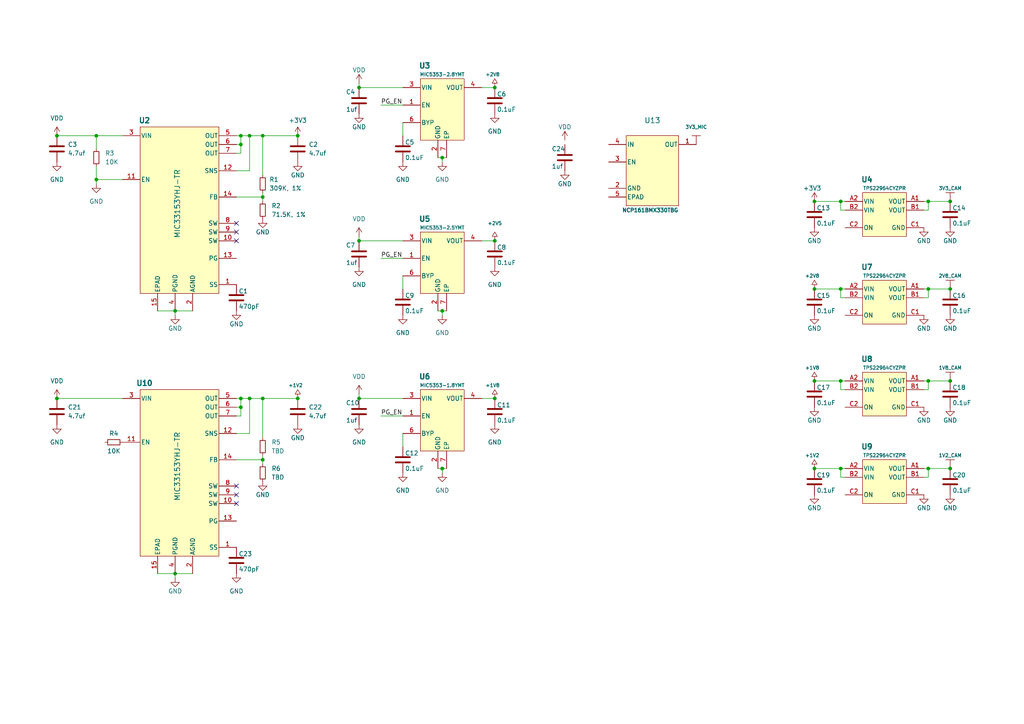
<source format=kicad_sch>
(kicad_sch (version 20230819) (generator eeschema)
  (paper "A4")
  (lib_symbols
    (symbol "Device:C" (pin_numbers hide) (pin_names (offset 0.254))
      (property "Reference" "C" (at 0.635 2.54 0))
      (property "Value" "C" (at 0.635 -2.54 0))
      (symbol "C_0_1"
        (polyline (pts (xy -2.032 -0.762) (xy 2.032 -0.762)) (stroke (width 0.508)))
        (polyline (pts (xy -2.032 0.762) (xy 2.032 0.762)) (stroke (width 0.508)))
      )
      (symbol "C_1_1"
        (pin passive line (at 0 3.81 270) (length 2.794) (name "~") (number "1"))
        (pin passive line (at 0 -3.81 90) (length 2.794) (name "~") (number "2"))
      )
    )
    (symbol "Device:R_Small" (pin_numbers hide) (pin_names (offset 0.254) hide)
      (property "Reference" "R" (at 0.762 0.508 0))
      (property "Value" "R_Small" (at 0.762 -1.016 0))
      (symbol "R_Small_0_1"
        (rectangle (start -0.762 1.778) (end 0.762 -1.778) (stroke (width 0.2032)))
      )
      (symbol "R_Small_1_1"
        (pin passive line (at 0 2.54 270) (length 0.762) (name "~") (number "1"))
        (pin passive line (at 0 -2.54 90) (length 0.762) (name "~") (number "2"))
      )
    )
    (symbol "MIC33153:MIC33153YHJ-TR" (pin_names (offset 0.254))
      (property "Reference" "U" (at -10.16 30.48 0))
      (property "Value" "MIC33153YHJ-TR" (at 0 25.4 0))
      (symbol "MIC33153YHJ-TR_1_1"
        (rectangle (start -10.16 22.86) (end 12.7 -25.4) (fill (type background)))
        (pin unspecified line (at 17.78 -22.86 180) (length 5.08) (name "SS") (number "1"))
        (pin unspecified line (at 17.78 -10.16 180) (length 5.08) (name "SW") (number "10"))
        (pin unspecified line (at -15.24 7.62 0) (length 5.08) (name "EN") (number "11"))
        (pin unspecified line (at 17.78 10.16 180) (length 5.08) (name "SNS") (number "12"))
        (pin output line (at 17.78 -15.24 180) (length 5.08) (name "PG") (number "13"))
        (pin unspecified line (at 17.78 2.54 180) (length 5.08) (name "FB") (number "14"))
        (pin power_out line (at -5.08 -30.48 90) (length 5.08) (name "EPAD") (number "15"))
        (pin power_out line (at 5.08 -30.48 90) (length 5.08) (name "AGND") (number "2"))
        (pin power_in line (at -15.24 20.32 0) (length 5.08) (name "VIN") (number "3"))
        (pin power_in line (at 0 -30.48 90) (length 5.08) (name "PGND") (number "4"))
        (pin power_in line (at 17.78 20.32 180) (length 5.08) (name "OUT") (number "5"))
        (pin power_in line (at 17.78 17.78 180) (length 5.08) (name "OUT") (number "6"))
        (pin power_in line (at 17.78 15.24 180) (length 5.08) (name "OUT") (number "7"))
        (pin unspecified line (at 17.78 -5.08 180) (length 5.08) (name "SW") (number "8"))
        (pin unspecified line (at 17.78 -7.62 180) (length 5.08) (name "SW") (number "9"))
      )
    )
    (symbol "MIC5353:MIC5353" (pin_names (offset 0.254))
      (property "Reference" "U" (at -2.54 12.7 0))
      (property "Value" "MIC5353" (at -2.54 10.16 0))
      (symbol "MIC5353_1_1"
        (rectangle (start -7.62 7.62) (end 5.08 -10.16) (fill (type background)))
        (pin input line (at -12.7 0 0) (length 5.08) (name "EN") (number "1"))
        (pin power_in line (at -2.54 -15.24 90) (length 5.08) (name "GND") (number "2"))
        (pin input line (at -12.7 5.08 0) (length 5.08) (name "VIN") (number "3"))
        (pin output line (at 10.16 5.08 180) (length 5.08) (name "VOUT") (number "4"))
        (pin no_connect line (at 10.16 -2.54 180) (length 5.08) hide (name "NC") (number "5"))
        (pin output line (at -12.7 -5.08 0) (length 5.08) (name "BYP") (number "6"))
        (pin unspecified line (at 0 -15.24 90) (length 5.08) (name "EP") (number "7"))
      )
    )
    (symbol "NCP161:NCP161BMX" (pin_names (offset 0.254))
      (property "Reference" "U" (at 0 10.16 0))
      (property "Value" "NCP161BMX" (at 10.16 -15.24 0))
      (symbol "NCP161BMX_1_1"
        (rectangle (start 0 7.62) (end 15.24 -12.7) (fill (type background)))
        (pin output line (at 20.32 5.08 180) (length 5.08) (name "OUT") (number "1"))
        (pin power_in line (at -5.08 -7.62 0) (length 5.08) (name "GND") (number "2"))
        (pin unspecified line (at -5.08 0 0) (length 5.08) (name "EN") (number "3"))
        (pin input line (at -5.08 5.08 0) (length 5.08) (name "IN") (number "4"))
        (pin unspecified line (at -5.08 -10.16 0) (length 5.08) (name "EPAD") (number "5"))
      )
    )
    (symbol "TPS22964:TPS22964CYZPR" (pin_names (offset 0.254))
      (property "Reference" "U" (at -5.08 10.16 0))
      (property "Value" "TPS22964C" (at 2.54 -7.62 0))
      (symbol "TPS22964CYZPR_0_1"
        (pin output line (at 12.7 5.08 180) (length 5.08) (name "VOUT") (number "A1"))
        (pin input line (at -10.16 5.08 0) (length 5.08) (name "VIN") (number "A2"))
        (pin output line (at 12.7 2.54 180) (length 5.08) (name "VOUT") (number "B1"))
        (pin input line (at -10.16 2.54 0) (length 5.08) (name "VIN") (number "B2"))
        (pin power_in line (at 12.7 -2.54 180) (length 5.08) (name "GND") (number "C1"))
        (pin input line (at -10.16 -2.54 0) (length 5.08) (name "ON") (number "C2"))
      )
      (symbol "TPS22964CYZPR_1_1"
        (rectangle (start -5.08 7.62) (end 7.62 -5.08) (fill (type background)))
      )
    )
    (symbol "power:+3V3" (power) (pin_names (offset 0))
      (property "Value" "+3V3" (at 0 3.556 0))
      (symbol "+3V3_0_1"
        (polyline (pts (xy -0.762 1.27) (xy 0 2.54)))
        (polyline (pts (xy 0 0) (xy 0 2.54)))
        (polyline (pts (xy 0 2.54) (xy 0.762 1.27)))
      )
      (symbol "+3V3_1_1"
        (pin power_in line (at 0 0 90) (length 0) hide (name "+3V3") (number "1"))
      )
    )
    (symbol "power:GND" (power) (pin_names (offset 0))
      (property "Value" "GND" (at 0 -3.81 0))
      (symbol "GND_0_1"
        (polyline (pts (xy 0 0) (xy 0 -1.27) (xy 1.27 -1.27) (xy 0 -2.54) (xy -1.27 -1.27) (xy 0 -1.27)))
      )
      (symbol "GND_1_1"
        (pin power_in line (at 0 0 270) (length 0) hide (name "GND") (number "1"))
      )
    )
    (symbol "power:VDD" (power) (pin_names (offset 0))
      (property "Value" "VDD" (at 0 3.81 0))
      (symbol "VDD_0_1"
        (polyline (pts (xy -0.762 1.27) (xy 0 2.54)))
        (polyline (pts (xy 0 0) (xy 0 2.54)))
        (polyline (pts (xy 0 2.54) (xy 0.762 1.27)))
      )
      (symbol "VDD_1_1"
        (pin power_in line (at 0 0 90) (length 0) hide (name "VDD") (number "1"))
      )
    )
    (symbol "power__symbols:+1V2" (power) (pin_names (offset 0))
      (property "Value" "+1V2" (at -0.635 3.175 0))
      (symbol "+1V2_0_1"
        (polyline (pts (xy -0.762 1.27) (xy 0 2.54)))
        (polyline (pts (xy -0.635 1.27) (xy 0.635 1.27)))
        (polyline (pts (xy 0 0) (xy 0 1.27)))
        (polyline (pts (xy 0 2.54) (xy 0.762 1.27)))
      )
      (symbol "+1V2_1_1"
        (pin power_in line (at 0 0 90) (length 0) hide (name "+1V2") (number "1"))
      )
    )
    (symbol "power__symbols:+1V8" (power) (pin_names (offset 0))
      (property "Value" "+1V8" (at -0.635 3.175 0))
      (symbol "+1V8_0_1"
        (polyline (pts (xy -0.762 1.27) (xy 0 2.54)))
        (polyline (pts (xy -0.635 1.27) (xy 0.635 1.27)))
        (polyline (pts (xy 0 0) (xy 0 1.27)))
        (polyline (pts (xy 0 2.54) (xy 0.762 1.27)))
      )
      (symbol "+1V8_1_1"
        (pin power_in line (at 0 0 90) (length 0) hide (name "+1V8") (number "1"))
      )
    )
    (symbol "power__symbols:+2V5" (power) (pin_names (offset 0))
      (property "Value" "+2V5" (at -0.635 3.175 0))
      (symbol "+2V5_0_1"
        (polyline (pts (xy -0.762 1.27) (xy 0 2.54)))
        (polyline (pts (xy -0.635 1.27) (xy 0.635 1.27)))
        (polyline (pts (xy 0 0) (xy 0 1.27)))
        (polyline (pts (xy 0 2.54) (xy 0.762 1.27)))
      )
      (symbol "+2V5_1_1"
        (pin power_in line (at 0 0 90) (length 0) hide (name "+2V5") (number "1"))
      )
    )
    (symbol "power__symbols:+2V8" (power) (pin_names (offset 0))
      (property "Value" "+2V8" (at -0.635 3.175 0))
      (symbol "+2V8_0_1"
        (polyline (pts (xy -0.762 1.27) (xy 0 2.54)))
        (polyline (pts (xy -0.635 1.27) (xy 0.635 1.27)))
        (polyline (pts (xy 0 0) (xy 0 1.27)))
        (polyline (pts (xy 0 2.54) (xy 0.762 1.27)))
      )
      (symbol "+2V8_1_1"
        (pin power_in line (at 0 0 90) (length 0) hide (name "+2V8") (number "1"))
      )
    )
    (symbol "power__symbols:1V2_CAM" (power) (pin_names (offset 0))
      (property "Value" "1V2_CAM" (at 0 3.6046 0))
      (symbol "1V2_CAM_0_1"
        (polyline (pts (xy -1.27 2.54) (xy 1.27 2.54)))
        (polyline (pts (xy 0 0) (xy 0 2.54)))
      )
      (symbol "1V2_CAM_1_1"
        (pin power_in line (at 0 0 90) (length 0) hide (name "1V2_CAM") (number "1"))
      )
    )
    (symbol "power__symbols:1V8_CAM" (power) (pin_names (offset 0))
      (property "Value" "1V8_CAM" (at 0 3.6046 0))
      (symbol "1V8_CAM_0_1"
        (polyline (pts (xy -1.27 2.54) (xy 1.27 2.54)))
        (polyline (pts (xy 0 0) (xy 0 2.54)))
      )
      (symbol "1V8_CAM_1_1"
        (pin power_in line (at 0 0 90) (length 0) hide (name "1V8_CAM") (number "1"))
      )
    )
    (symbol "power__symbols:2V8_CAM" (power) (pin_names (offset 0))
      (property "Value" "2V8_CAM" (at 0 3.6046 0))
      (symbol "2V8_CAM_0_1"
        (polyline (pts (xy -1.27 2.54) (xy 1.27 2.54)))
        (polyline (pts (xy 0 0) (xy 0 2.54)))
      )
      (symbol "2V8_CAM_1_1"
        (pin power_in line (at 0 0 90) (length 0) hide (name "2V8_CAM") (number "1"))
      )
    )
    (symbol "power__symbols:3V3_CAM" (power) (pin_names (offset 0))
      (property "Value" "3V3_CAM" (at 0 3.6046 0))
      (symbol "3V3_CAM_0_1"
        (polyline (pts (xy -1.27 2.54) (xy 1.27 2.54)))
        (polyline (pts (xy 0 0) (xy 0 2.54)))
      )
      (symbol "3V3_CAM_1_1"
        (pin power_in line (at 0 0 90) (length 0) hide (name "3V3_CAM") (number "1"))
      )
    )
    (symbol "power_symbols:3V3_MIC" (power) (pin_names (offset 0))
      (property "Value" "3V3_MIC" (at 0 3.6046 0))
      (symbol "3V3_MIC_0_1"
        (polyline (pts (xy -1.27 2.54) (xy 1.27 2.54)))
        (polyline (pts (xy 0 0) (xy 0 2.54)))
      )
      (symbol "3V3_MIC_1_1"
        (pin power_in line (at 0 0 90) (length 0) hide (name "3V3_MIC") (number "1"))
      )
    )
  )
  (junction (at 72.39 115.57))
  (junction (at 69.85 115.57))
  (junction (at 143.51 69.85))
  (junction (at 128.27 45.72))
  (junction (at 143.51 25.4))
  (junction (at 76.2 115.57))
  (junction (at 86.36 115.57))
  (junction (at 243.84 83.82))
  (junction (at 76.2 39.37))
  (junction (at 269.24 58.42))
  (junction (at 243.84 58.42))
  (junction (at 275.59 110.49))
  (junction (at 236.22 83.82))
  (junction (at 27.94 52.07))
  (junction (at 104.14 115.57))
  (junction (at 243.84 135.89))
  (junction (at 128.27 135.89))
  (junction (at 275.59 135.89))
  (junction (at 236.22 110.49))
  (junction (at 16.51 115.57))
  (junction (at 72.39 39.37))
  (junction (at 128.27 90.17))
  (junction (at 236.22 58.42))
  (junction (at 275.59 58.42))
  (junction (at 69.85 118.11))
  (junction (at 16.51 39.37))
  (junction (at 50.8 90.17))
  (junction (at 76.2 57.15))
  (junction (at 76.2 133.35))
  (junction (at 143.51 115.57))
  (junction (at 69.85 39.37))
  (junction (at 86.36 39.37))
  (junction (at 27.94 39.37))
  (junction (at 243.84 110.49))
  (junction (at 104.14 25.4))
  (junction (at 236.22 135.89))
  (junction (at 275.59 83.82))
  (junction (at 269.24 83.82))
  (junction (at 269.24 135.89))
  (junction (at 269.24 110.49))
  (junction (at 69.85 41.91))
  (junction (at 104.14 69.85))
  (junction (at 50.8 166.37))
  (no_connect (at 68.58 69.85))
  (no_connect (at 68.58 140.97))
  (no_connect (at 68.58 67.31))
  (no_connect (at 68.58 64.77))
  (no_connect (at 68.58 146.05))
  (no_connect (at 68.58 143.51))
  (wire (pts (xy 76.2 39.37) (xy 86.36 39.37)))
  (wire (pts (xy 269.24 60.96) (xy 269.24 58.42)))
  (wire (pts (xy 69.85 115.57) (xy 72.39 115.57)))
  (wire (pts (xy 27.94 48.26) (xy 27.94 52.07)))
  (wire (pts (xy 27.94 39.37) (xy 27.94 43.18)))
  (wire (pts (xy 45.72 166.37) (xy 50.8 166.37)))
  (wire (pts (xy 269.24 83.82) (xy 267.97 83.82)))
  (wire (pts (xy 69.85 41.91) (xy 69.85 39.37)))
  (wire (pts (xy 245.11 86.36) (xy 243.84 86.36)))
  (wire (pts (xy 104.14 115.57) (xy 116.84 115.57)))
  (wire (pts (xy 269.24 83.82) (xy 275.59 83.82)))
  (wire (pts (xy 104.14 68.58) (xy 104.14 69.85)))
  (wire (pts (xy 69.85 39.37) (xy 68.58 39.37)))
  (wire (pts (xy 76.2 132.08) (xy 76.2 133.35)))
  (wire (pts (xy 127 135.89) (xy 128.27 135.89)))
  (wire (pts (xy 269.24 113.03) (xy 269.24 110.49)))
  (wire (pts (xy 76.2 57.15) (xy 76.2 58.42)))
  (wire (pts (xy 269.24 58.42) (xy 267.97 58.42)))
  (wire (pts (xy 243.84 135.89) (xy 245.11 135.89)))
  (wire (pts (xy 76.2 39.37) (xy 76.2 50.8)))
  (wire (pts (xy 143.51 25.4) (xy 139.7 25.4)))
  (wire (pts (xy 116.84 39.37) (xy 116.84 35.56)))
  (wire (pts (xy 72.39 39.37) (xy 72.39 49.53)))
  (wire (pts (xy 68.58 49.53) (xy 72.39 49.53)))
  (wire (pts (xy 27.94 52.07) (xy 35.56 52.07)))
  (wire (pts (xy 68.58 125.73) (xy 72.39 125.73)))
  (wire (pts (xy 72.39 39.37) (xy 76.2 39.37)))
  (wire (pts (xy 110.49 30.48) (xy 116.84 30.48)))
  (wire (pts (xy 104.14 25.4) (xy 116.84 25.4)))
  (wire (pts (xy 76.2 55.88) (xy 76.2 57.15)))
  (wire (pts (xy 68.58 44.45) (xy 69.85 44.45)))
  (wire (pts (xy 72.39 115.57) (xy 72.39 125.73)))
  (wire (pts (xy 243.84 110.49) (xy 245.11 110.49)))
  (wire (pts (xy 69.85 44.45) (xy 69.85 41.91)))
  (wire (pts (xy 269.24 58.42) (xy 275.59 58.42)))
  (wire (pts (xy 72.39 115.57) (xy 76.2 115.57)))
  (wire (pts (xy 269.24 110.49) (xy 267.97 110.49)))
  (wire (pts (xy 236.22 58.42) (xy 243.84 58.42)))
  (wire (pts (xy 143.51 115.57) (xy 139.7 115.57)))
  (wire (pts (xy 269.24 135.89) (xy 275.59 135.89)))
  (wire (pts (xy 267.97 138.43) (xy 269.24 138.43)))
  (wire (pts (xy 269.24 110.49) (xy 275.59 110.49)))
  (wire (pts (xy 68.58 57.15) (xy 76.2 57.15)))
  (wire (pts (xy 236.22 135.89) (xy 243.84 135.89)))
  (wire (pts (xy 243.84 86.36) (xy 243.84 83.82)))
  (wire (pts (xy 68.58 118.11) (xy 69.85 118.11)))
  (wire (pts (xy 50.8 90.17) (xy 55.88 90.17)))
  (wire (pts (xy 143.51 69.85) (xy 139.7 69.85)))
  (wire (pts (xy 68.58 41.91) (xy 69.85 41.91)))
  (wire (pts (xy 243.84 138.43) (xy 243.84 135.89)))
  (wire (pts (xy 127 45.72) (xy 128.27 45.72)))
  (wire (pts (xy 236.22 110.49) (xy 243.84 110.49)))
  (wire (pts (xy 69.85 120.65) (xy 69.85 118.11)))
  (wire (pts (xy 243.84 58.42) (xy 245.11 58.42)))
  (wire (pts (xy 110.49 120.65) (xy 116.84 120.65)))
  (wire (pts (xy 16.51 115.57) (xy 35.56 115.57)))
  (wire (pts (xy 243.84 113.03) (xy 243.84 110.49)))
  (wire (pts (xy 267.97 60.96) (xy 269.24 60.96)))
  (wire (pts (xy 127 90.17) (xy 128.27 90.17)))
  (wire (pts (xy 267.97 113.03) (xy 269.24 113.03)))
  (wire (pts (xy 128.27 135.89) (xy 128.27 137.16)))
  (wire (pts (xy 245.11 60.96) (xy 243.84 60.96)))
  (wire (pts (xy 128.27 45.72) (xy 128.27 46.99)))
  (wire (pts (xy 50.8 166.37) (xy 55.88 166.37)))
  (wire (pts (xy 16.51 39.37) (xy 27.94 39.37)))
  (wire (pts (xy 245.11 138.43) (xy 243.84 138.43)))
  (wire (pts (xy 69.85 118.11) (xy 69.85 115.57)))
  (wire (pts (xy 104.14 114.3) (xy 104.14 115.57)))
  (wire (pts (xy 104.14 24.13) (xy 104.14 25.4)))
  (wire (pts (xy 243.84 60.96) (xy 243.84 58.42)))
  (wire (pts (xy 236.22 83.82) (xy 243.84 83.82)))
  (wire (pts (xy 128.27 90.17) (xy 128.27 91.44)))
  (wire (pts (xy 110.49 74.93) (xy 116.84 74.93)))
  (wire (pts (xy 116.84 83.82) (xy 116.84 80.01)))
  (wire (pts (xy 68.58 133.35) (xy 76.2 133.35)))
  (wire (pts (xy 45.72 90.17) (xy 50.8 90.17)))
  (wire (pts (xy 27.94 52.07) (xy 27.94 53.34)))
  (wire (pts (xy 269.24 138.43) (xy 269.24 135.89)))
  (wire (pts (xy 116.84 129.54) (xy 116.84 125.73)))
  (wire (pts (xy 128.27 135.89) (xy 129.54 135.89)))
  (wire (pts (xy 76.2 133.35) (xy 76.2 134.62)))
  (wire (pts (xy 50.8 166.37) (xy 50.8 167.64)))
  (wire (pts (xy 76.2 115.57) (xy 86.36 115.57)))
  (wire (pts (xy 104.14 69.85) (xy 116.84 69.85)))
  (wire (pts (xy 245.11 113.03) (xy 243.84 113.03)))
  (wire (pts (xy 27.94 39.37) (xy 35.56 39.37)))
  (wire (pts (xy 243.84 83.82) (xy 245.11 83.82)))
  (wire (pts (xy 50.8 90.17) (xy 50.8 91.44)))
  (wire (pts (xy 128.27 45.72) (xy 129.54 45.72)))
  (wire (pts (xy 68.58 120.65) (xy 69.85 120.65)))
  (wire (pts (xy 69.85 39.37) (xy 72.39 39.37)))
  (wire (pts (xy 269.24 86.36) (xy 269.24 83.82)))
  (wire (pts (xy 267.97 86.36) (xy 269.24 86.36)))
  (wire (pts (xy 76.2 115.57) (xy 76.2 127)))
  (wire (pts (xy 128.27 90.17) (xy 129.54 90.17)))
  (wire (pts (xy 69.85 115.57) (xy 68.58 115.57)))
  (wire (pts (xy 269.24 135.89) (xy 267.97 135.89)))
  (label "PG_EN" (at 110.49 30.48 0))
  (label "PG_EN" (at 110.49 120.65 0))
  (label "PG_EN" (at 110.49 74.93 0))
  (symbol (lib_id "power:GND") (at 68.58 166.37 0) (unit 1)
    (property "Reference" "#PWR057" (effects hide))
    (property "Value" "GND" (at 68.58 171.45 0))
    (property "Description" "Power symbol creates a global label with name \"GND\" , ground" (effects hide))
  )
  (symbol (lib_id "power:GND") (at 275.59 118.11 0) (unit 1)
    (property "Reference" "#PWR036" (effects hide))
    (property "Value" "GND" (at 275.59 121.92 0))
    (property "Description" "Power symbol creates a global label with name \"GND\" , ground" (effects hide))
  )
  (symbol (lib_id "TPS22964:TPS22964CYZPR") (at 255.27 140.97 0) (unit 1)
    (property "Reference" "U9" (at 251.46 129.54 0) (effects (font (size 1.524 1.524) bold)))
    (property "Value" "TPS22964CYZPR" (at 256.54 132.08 0) (effects (font (size 1 1))))
    (property "Footprint" "power:YZP0006AFAF" (effects hide))
    (property "Datasheet" "TPS22964CYZPR" (effects hide))
  )
  (symbol (lib_id "power:GND") (at 267.97 143.51 0) (unit 1)
    (property "Reference" "#PWR038" (effects hide))
    (property "Value" "GND" (at 267.97 147.32 0))
    (property "Description" "Power symbol creates a global label with name \"GND\" , ground" (effects hide))
  )
  (symbol (lib_id "Device:C") (at 236.22 62.23 0) (unit 1)
    (property "Reference" "C13" (at 236.855 60.325 0) (effects (justify left)))
    (property "Value" "0.1uF" (at 236.855 64.77 0) (effects (justify left)))
    (property "Footprint" "Capacitor_SMD:C_0201_0603Metric" (effects hide))
    (property "Description" "Unpolarized capacitor" (effects hide))
  )
  (symbol (lib_id "power:GND") (at 236.22 143.51 0) (unit 1)
    (property "Reference" "#PWR047" (effects hide))
    (property "Value" "GND" (at 236.22 147.32 0))
    (property "Description" "Power symbol creates a global label with name \"GND\" , ground" (effects hide))
  )
  (symbol (lib_id "power:GND") (at 143.51 33.02 0) (unit 1)
    (property "Reference" "#PWR017" (effects hide))
    (property "Value" "GND" (at 143.51 38.1 0))
    (property "Description" "Power symbol creates a global label with name \"GND\" , ground" (effects hide))
  )
  (symbol (lib_id "power__symbols:+1V8") (at 236.22 110.49 0) (unit 1)
    (property "Reference" "#PWR041" (effects hide))
    (property "Value" "+1V8" (at 235.585 106.68 0) (effects (font (size 1 1))))
    (property "Description" "Power symbol creates a global label with name \"+3V3_PI\"" (effects hide))
  )
  (symbol (lib_id "Device:C") (at 236.22 139.7 0) (unit 1)
    (property "Reference" "C19" (at 236.855 137.795 0) (effects (justify left)))
    (property "Value" "0.1uF" (at 236.855 142.24 0) (effects (justify left)))
    (property "Footprint" "Capacitor_SMD:C_0201_0603Metric" (effects hide))
    (property "Description" "Unpolarized capacitor" (effects hide))
  )
  (symbol (lib_id "Device:R_Small") (at 27.94 45.72 0) (unit 1)
    (property "Reference" "R3" (at 30.48 44.4499 0) (effects (justify left)))
    (property "Value" "10K" (at 30.48 46.9899 0) (effects (justify left)))
    (property "Footprint" "Resistor_SMD:R_0201_0603Metric" (effects hide))
    (property "Description" "Resistor, small symbol" (effects hide))
  )
  (symbol (lib_id "power:GND") (at 76.2 139.7 0) (unit 1)
    (property "Reference" "#PWR056" (effects hide))
    (property "Value" "GND" (at 76.2 143.51 0))
    (property "Description" "Power symbol creates a global label with name \"GND\" , ground" (effects hide))
  )
  (symbol (lib_id "power__symbols:1V2_CAM") (at 275.59 135.89 0) (unit 1)
    (property "Reference" "#PWR037" (effects hide))
    (property "Value" "1V2_CAM" (at 275.59 132.08 0) (effects (font (size 1 1))))
    (property "Description" "Power symbol creates a global label with name \"VREF_RPI\"" (effects hide))
  )
  (symbol (lib_id "power:VDD") (at 104.14 114.3 0) (unit 1)
    (property "Reference" "#PWR023" (effects hide))
    (property "Value" "VDD" (at 104.14 109.22 0))
    (property "Description" "Power symbol creates a global label with name \"VDD\"" (effects hide))
  )
  (symbol (lib_id "power__symbols:+1V2") (at 236.22 135.89 0) (unit 1)
    (property "Reference" "#PWR043" (effects hide))
    (property "Value" "+1V2" (at 235.585 132.08 0) (effects (font (size 1 1))))
    (property "Description" "Power symbol creates a global label with name \"+3V3_PI\"" (effects hide))
  )
  (symbol (lib_id "Device:C") (at 143.51 29.21 0) (unit 1)
    (property "Reference" "C6" (at 144.145 27.305 0) (effects (justify left)))
    (property "Value" "0.1uF" (at 144.145 31.75 0) (effects (justify left)))
    (property "Footprint" "Capacitor_SMD:C_0201_0603Metric" (effects hide))
    (property "Description" "Unpolarized capacitor" (effects hide))
  )
  (symbol (lib_id "power:GND") (at 236.22 66.04 0) (unit 1)
    (property "Reference" "#PWR044" (effects hide))
    (property "Value" "GND" (at 236.22 69.85 0))
    (property "Description" "Power symbol creates a global label with name \"GND\" , ground" (effects hide))
  )
  (symbol (lib_id "Device:R_Small") (at 33.02 128.27 270) (unit 1)
    (property "Reference" "R4" (at 33.02 125.73 90))
    (property "Value" "10K" (at 33.02 130.81 90))
    (property "Footprint" "Resistor_SMD:R_0201_0603Metric" (effects hide))
    (property "Description" "Resistor, small symbol" (effects hide))
  )
  (symbol (lib_id "MIC33153:MIC33153YHJ-TR") (at 50.8 59.69 0) (unit 1)
    (property "Reference" "U2" (at 41.91 34.925 0) (effects (font (size 1.524 1.524) bold)))
    (property "Value" "MIC33153YHJ-TR" (at 51.435 59.055 90) (effects (font (size 1.524 1.524))))
    (property "Footprint" "power:HJDFN3035-14LD-PL-1" (effects hide))
    (property "Datasheet" "MIC33153YHJ-TR" (effects hide))
  )
  (symbol (lib_id "power:GND") (at 104.14 33.02 0) (unit 1)
    (property "Reference" "#PWR014" (effects hide))
    (property "Value" "GND" (at 104.14 36.83 0))
    (property "Description" "Power symbol creates a global label with name \"GND\" , ground" (effects hide))
  )
  (symbol (lib_id "power:GND") (at 27.94 53.34 0) (unit 1)
    (property "Reference" "#PWR012" (effects hide))
    (property "Value" "GND" (at 27.94 58.42 0))
    (property "Description" "Power symbol creates a global label with name \"GND\" , ground" (effects hide))
  )
  (symbol (lib_id "MIC5353:MIC5353") (at 129.54 30.48 0) (unit 1)
    (property "Reference" "U3" (at 123.19 19.05 0) (effects (font (size 1.524 1.524) bold)))
    (property "Value" "MIC5353-2.8YMT" (at 128.27 21.59 0) (effects (font (size 1 1))))
    (property "Footprint" "power:MLF-6_MT_MCH" (effects hide))
    (property "Datasheet" "MIC5353" (effects hide))
  )
  (symbol (lib_id "Device:C") (at 68.58 86.36 0) (unit 1)
    (property "Reference" "C1" (at 69.215 84.455 0) (effects (justify left)))
    (property "Value" "470pF" (at 69.215 88.9 0) (effects (justify left)))
    (property "Footprint" "Capacitor_SMD:C_0201_0603Metric" (effects hide))
    (property "Description" "Unpolarized capacitor" (effects hide))
  )
  (symbol (lib_id "power:GND") (at 128.27 91.44 0) (unit 1)
    (property "Reference" "#PWR022" (effects hide))
    (property "Value" "GND" (at 128.27 96.52 0))
    (property "Description" "Power symbol creates a global label with name \"GND\" , ground" (effects hide))
  )
  (symbol (lib_id "power__symbols:+2V8") (at 236.22 83.82 0) (unit 1)
    (property "Reference" "#PWR042" (effects hide))
    (property "Value" "+2V8" (at 235.585 80.01 0) (effects (font (size 1 1))))
    (property "Description" "Power symbol creates a global label with name \"+3V3_PI\"" (effects hide))
  )
  (symbol (lib_id "power:GND") (at 236.22 91.44 0) (unit 1)
    (property "Reference" "#PWR045" (effects hide))
    (property "Value" "GND" (at 236.22 95.25 0))
    (property "Description" "Power symbol creates a global label with name \"GND\" , ground" (effects hide))
  )
  (symbol (lib_id "power:GND") (at 86.36 123.19 0) (unit 1)
    (property "Reference" "#PWR054" (effects hide))
    (property "Value" "GND" (at 86.36 127 0))
    (property "Description" "Power symbol creates a global label with name \"GND\" , ground" (effects hide))
  )
  (symbol (lib_id "power:GND") (at 50.8 167.64 0) (unit 1)
    (property "Reference" "#PWR059" (effects hide))
    (property "Value" "GND" (at 50.8 171.45 0))
    (property "Description" "Power symbol creates a global label with name \"GND\" , ground" (effects hide))
  )
  (symbol (lib_id "Device:R_Small") (at 76.2 60.96 0) (unit 1)
    (property "Reference" "R2" (at 78.74 59.6899 0) (effects (justify left)))
    (property "Value" "71.5K, 1%" (at 78.74 62.2299 0) (effects (justify left)))
    (property "Footprint" "Resistor_SMD:R_0201_0603Metric" (effects hide))
    (property "Description" "Resistor, small symbol" (effects hide))
  )
  (symbol (lib_id "Device:C") (at 86.36 119.38 0) (unit 1)
    (property "Reference" "C22" (at 89.535 118.1099 0) (effects (justify left)))
    (property "Value" "4.7uf" (at 89.535 120.6499 0) (effects (justify left)))
    (property "Footprint" "Capacitor_SMD:C_0402_1005Metric" (effects hide))
    (property "Description" "Unpolarized capacitor" (effects hide))
  )
  (symbol (lib_id "power__symbols:+1V8") (at 143.51 115.57 0) (unit 1)
    (property "Reference" "#PWR048" (effects hide))
    (property "Value" "+1V8" (at 142.875 111.76 0) (effects (font (size 1 1))))
    (property "Description" "Power symbol creates a global label with name \"+3V3_PI\"" (effects hide))
  )
  (symbol (lib_id "NCP161:NCP161BMX") (at 181.61 46.99 0) (unit 1)
    (property "Reference" "U13" (at 189.23 34.925 0) (effects (font (size 1.524 1.524))))
    (property "Value" "NCP161BMX330TBG\n" (at 188.595 60.96 0) (effects (font (size 1.1 1.1) bold)))
    (property "Footprint" "power:XDFN4_ONS" (effects hide))
    (property "Datasheet" "https://www.onsemi.com/pdf/datasheet/ncp161-d.pdf" (effects hide))
  )
  (symbol (lib_id "power__symbols:1V8_CAM") (at 275.59 110.49 0) (unit 1)
    (property "Reference" "#PWR034" (effects hide))
    (property "Value" "1V8_CAM" (at 275.59 106.68 0) (effects (font (size 1 1))))
    (property "Description" "Power symbol creates a global label with name \"VREF_RPI\"" (effects hide))
  )
  (symbol (lib_id "Device:C") (at 143.51 73.66 0) (unit 1)
    (property "Reference" "C8" (at 144.145 71.755 0) (effects (justify left)))
    (property "Value" "0.1uF" (at 144.145 76.2 0) (effects (justify left)))
    (property "Footprint" "Capacitor_SMD:C_0201_0603Metric" (effects hide))
    (property "Description" "Unpolarized capacitor" (effects hide))
  )
  (symbol (lib_id "power:GND") (at 267.97 91.44 0) (unit 1)
    (property "Reference" "#PWR032" (effects hide))
    (property "Value" "GND" (at 267.97 95.25 0))
    (property "Description" "Power symbol creates a global label with name \"GND\" , ground" (effects hide))
  )
  (symbol (lib_id "power:GND") (at 267.97 118.11 0) (unit 1)
    (property "Reference" "#PWR035" (effects hide))
    (property "Value" "GND" (at 267.97 121.92 0))
    (property "Description" "Power symbol creates a global label with name \"GND\" , ground" (effects hide))
  )
  (symbol (lib_id "power:GND") (at 236.22 118.11 0) (unit 1)
    (property "Reference" "#PWR046" (effects hide))
    (property "Value" "GND" (at 236.22 121.92 0))
    (property "Description" "Power symbol creates a global label with name \"GND\" , ground" (effects hide))
  )
  (symbol (lib_id "MIC5353:MIC5353") (at 129.54 74.93 0) (unit 1)
    (property "Reference" "U5" (at 123.19 63.5 0) (effects (font (size 1.524 1.524) bold)))
    (property "Value" "MIC5353-2.5YMT" (at 128.27 66.04 0) (effects (font (size 1 1))))
    (property "Footprint" "power:MLF-6_MT_MCH" (effects hide))
    (property "Datasheet" "MIC5353" (effects hide))
  )
  (symbol (lib_id "power:+3V3") (at 86.36 39.37 0) (unit 1)
    (property "Reference" "#PWR07" (effects hide))
    (property "Value" "+3V3" (at 86.36 34.925 0))
    (property "Description" "Power symbol creates a global label with name \"+3V3\"" (effects hide))
  )
  (symbol (lib_id "Device:C") (at 275.59 62.23 0) (unit 1)
    (property "Reference" "C14" (at 276.225 60.325 0) (effects (justify left)))
    (property "Value" "0.1uF" (at 276.225 64.77 0) (effects (justify left)))
    (property "Footprint" "Capacitor_SMD:C_0201_0603Metric" (effects hide))
    (property "Description" "Unpolarized capacitor" (effects hide))
  )
  (symbol (lib_id "power:GND") (at 68.58 90.17 0) (unit 1)
    (property "Reference" "#PWR08" (effects hide))
    (property "Value" "GND" (at 68.58 93.98 0))
    (property "Description" "Power symbol creates a global label with name \"GND\" , ground" (effects hide))
  )
  (symbol (lib_id "power__symbols:3V3_CAM") (at 275.59 58.42 0) (unit 1)
    (property "Reference" "#PWR028" (effects hide))
    (property "Value" "3V3_CAM" (at 275.59 54.61 0) (effects (font (size 1 1))))
    (property "Description" "Power symbol creates a global label with name \"VREF_RPI\"" (effects hide))
  )
  (symbol (lib_id "Device:C") (at 116.84 43.18 0) (unit 1)
    (property "Reference" "C5" (at 117.475 41.275 0) (effects (justify left)))
    (property "Value" "0.1uF" (at 117.475 45.72 0) (effects (justify left)))
    (property "Footprint" "Capacitor_SMD:C_0201_0603Metric" (effects hide))
    (property "Description" "Unpolarized capacitor" (effects hide))
  )
  (symbol (lib_id "power:GND") (at 86.36 46.99 0) (unit 1)
    (property "Reference" "#PWR010" (effects hide))
    (property "Value" "GND" (at 86.36 50.8 0))
    (property "Description" "Power symbol creates a global label with name \"GND\" , ground" (effects hide))
  )
  (symbol (lib_id "Device:C") (at 236.22 114.3 0) (unit 1)
    (property "Reference" "C17" (at 236.855 112.395 0) (effects (justify left)))
    (property "Value" "0.1uF" (at 236.855 116.84 0) (effects (justify left)))
    (property "Footprint" "Capacitor_SMD:C_0201_0603Metric" (effects hide))
    (property "Description" "Unpolarized capacitor" (effects hide))
  )
  (symbol (lib_id "Device:C") (at 163.83 45.72 0) (unit 1)
    (property "Reference" "C24" (at 160.02 43.18 0) (effects (justify left)))
    (property "Value" "1uf" (at 160.02 48.26 0) (effects (justify left)))
    (property "Footprint" "Capacitor_SMD:C_0402_1005Metric" (effects hide))
    (property "Description" "Unpolarized capacitor" (effects hide))
  )
  (symbol (lib_id "power:GND") (at 128.27 137.16 0) (unit 1)
    (property "Reference" "#PWR027" (effects hide))
    (property "Value" "GND" (at 128.27 142.24 0))
    (property "Description" "Power symbol creates a global label with name \"GND\" , ground" (effects hide))
  )
  (symbol (lib_id "power:GND") (at 76.2 63.5 0) (unit 1)
    (property "Reference" "#PWR09" (effects hide))
    (property "Value" "GND" (at 76.2 67.31 0))
    (property "Description" "Power symbol creates a global label with name \"GND\" , ground" (effects hide))
  )
  (symbol (lib_id "Device:R_Small") (at 76.2 137.16 0) (unit 1)
    (property "Reference" "R6" (at 78.74 135.8899 0) (effects (justify left)))
    (property "Value" "TBD" (at 78.74 138.4299 0) (effects (justify left)))
    (property "Footprint" "Resistor_SMD:R_0201_0603Metric" (effects hide))
    (property "Description" "Resistor, small symbol" (effects hide))
  )
  (symbol (lib_id "TPS22964:TPS22964CYZPR") (at 255.27 115.57 0) (unit 1)
    (property "Reference" "U8" (at 251.46 104.14 0) (effects (font (size 1.524 1.524) bold)))
    (property "Value" "TPS22964CYZPR" (at 256.54 106.68 0) (effects (font (size 1 1))))
    (property "Footprint" "power:YZP0006AFAF" (effects hide))
    (property "Datasheet" "TPS22964CYZPR" (effects hide))
  )
  (symbol (lib_id "Device:C") (at 116.84 87.63 0) (unit 1)
    (property "Reference" "C9" (at 117.475 85.725 0) (effects (justify left)))
    (property "Value" "0.1uF" (at 117.475 90.17 0) (effects (justify left)))
    (property "Footprint" "Capacitor_SMD:C_0201_0603Metric" (effects hide))
    (property "Description" "Unpolarized capacitor" (effects hide))
  )
  (symbol (lib_id "Device:C") (at 104.14 29.21 0) (unit 1)
    (property "Reference" "C4" (at 100.33 26.67 0) (effects (justify left)))
    (property "Value" "1uf" (at 100.33 31.75 0) (effects (justify left)))
    (property "Footprint" "Capacitor_SMD:C_0402_1005Metric" (effects hide))
    (property "Description" "Unpolarized capacitor" (effects hide))
  )
  (symbol (lib_id "power:GND") (at 16.51 46.99 0) (unit 1)
    (property "Reference" "#PWR011" (effects hide))
    (property "Value" "GND" (at 16.51 52.07 0))
    (property "Description" "Power symbol creates a global label with name \"GND\" , ground" (effects hide))
  )
  (symbol (lib_id "power__symbols:+2V8") (at 143.51 25.4 0) (unit 1)
    (property "Reference" "#PWR050" (effects hide))
    (property "Value" "+2V8" (at 142.875 21.59 0) (effects (font (size 1 1))))
    (property "Description" "Power symbol creates a global label with name \"+3V3_PI\"" (effects hide))
  )
  (symbol (lib_id "power:GND") (at 128.27 46.99 0) (unit 1)
    (property "Reference" "#PWR016" (effects hide))
    (property "Value" "GND" (at 128.27 52.07 0))
    (property "Description" "Power symbol creates a global label with name \"GND\" , ground" (effects hide))
  )
  (symbol (lib_id "Device:C") (at 16.51 119.38 0) (unit 1)
    (property "Reference" "C21" (at 19.685 118.1099 0) (effects (justify left)))
    (property "Value" "4.7uf" (at 19.685 120.6499 0) (effects (justify left)))
    (property "Footprint" "Capacitor_SMD:C_0402_1005Metric" (effects hide))
    (property "Description" "Unpolarized capacitor" (effects hide))
  )
  (symbol (lib_id "power:VDD") (at 104.14 68.58 0) (unit 1)
    (property "Reference" "#PWR018" (effects hide))
    (property "Value" "VDD" (at 104.14 63.5 0))
    (property "Description" "Power symbol creates a global label with name \"VDD\"" (effects hide))
  )
  (symbol (lib_id "Device:C") (at 275.59 114.3 0) (unit 1)
    (property "Reference" "C18" (at 276.225 112.395 0) (effects (justify left)))
    (property "Value" "0.1uF" (at 276.225 116.84 0) (effects (justify left)))
    (property "Footprint" "Capacitor_SMD:C_0201_0603Metric" (effects hide))
    (property "Description" "Unpolarized capacitor" (effects hide))
  )
  (symbol (lib_id "power:GND") (at 275.59 91.44 0) (unit 1)
    (property "Reference" "#PWR033" (effects hide))
    (property "Value" "GND" (at 275.59 95.25 0))
    (property "Description" "Power symbol creates a global label with name \"GND\" , ground" (effects hide))
  )
  (symbol (lib_id "power__symbols:+2V5") (at 143.51 69.85 0) (unit 1)
    (property "Reference" "#PWR049" (effects hide))
    (property "Value" "+2V5" (at 143.51 64.77 0) (effects (font (size 1 1))))
    (property "Description" "Power symbol creates a global label with name \"+3V3_PI\"" (effects hide))
  )
  (symbol (lib_id "power:GND") (at 50.8 91.44 0) (unit 1)
    (property "Reference" "#PWR052" (effects hide))
    (property "Value" "GND" (at 50.8 95.25 0))
    (property "Description" "Power symbol creates a global label with name \"GND\" , ground" (effects hide))
  )
  (symbol (lib_id "Device:C") (at 275.59 87.63 0) (unit 1)
    (property "Reference" "C16" (at 276.225 85.725 0) (effects (justify left)))
    (property "Value" "0.1uF" (at 276.225 90.17 0) (effects (justify left)))
    (property "Footprint" "Capacitor_SMD:C_0201_0603Metric" (effects hide))
    (property "Description" "Unpolarized capacitor" (effects hide))
  )
  (symbol (lib_id "power:GND") (at 275.59 66.04 0) (unit 1)
    (property "Reference" "#PWR030" (effects hide))
    (property "Value" "GND" (at 275.59 69.85 0))
    (property "Description" "Power symbol creates a global label with name \"GND\" , ground" (effects hide))
  )
  (symbol (lib_id "power:GND") (at 116.84 46.99 0) (unit 1)
    (property "Reference" "#PWR015" (effects hide))
    (property "Value" "GND" (at 116.84 52.07 0))
    (property "Description" "Power symbol creates a global label with name \"GND\" , ground" (effects hide))
  )
  (symbol (lib_id "power:VDD") (at 16.51 115.57 0) (unit 1)
    (property "Reference" "#PWR051" (effects hide))
    (property "Value" "VDD" (at 16.51 110.49 0))
    (property "Description" "Power symbol creates a global label with name \"VDD\"" (effects hide))
  )
  (symbol (lib_id "Device:C") (at 236.22 87.63 0) (unit 1)
    (property "Reference" "C15" (at 236.855 85.725 0) (effects (justify left)))
    (property "Value" "0.1uF" (at 236.855 90.17 0) (effects (justify left)))
    (property "Footprint" "Capacitor_SMD:C_0201_0603Metric" (effects hide))
    (property "Description" "Unpolarized capacitor" (effects hide))
  )
  (symbol (lib_id "power:VDD") (at 16.51 39.37 0) (unit 1)
    (property "Reference" "#PWR06" (effects hide))
    (property "Value" "VDD" (at 16.51 34.29 0))
    (property "Description" "Power symbol creates a global label with name \"VDD\"" (effects hide))
  )
  (symbol (lib_id "Device:C") (at 68.58 162.56 0) (unit 1)
    (property "Reference" "C23" (at 69.215 160.655 0) (effects (justify left)))
    (property "Value" "470pF" (at 69.215 165.1 0) (effects (justify left)))
    (property "Footprint" "Capacitor_SMD:C_0201_0603Metric" (effects hide))
    (property "Description" "Unpolarized capacitor" (effects hide))
  )
  (symbol (lib_id "Device:C") (at 104.14 73.66 0) (unit 1)
    (property "Reference" "C7" (at 100.33 71.12 0) (effects (justify left)))
    (property "Value" "1uf" (at 100.33 76.2 0) (effects (justify left)))
    (property "Footprint" "Capacitor_SMD:C_0402_1005Metric" (effects hide))
    (property "Description" "Unpolarized capacitor" (effects hide))
  )
  (symbol (lib_id "power:+3V3") (at 236.22 58.42 0) (unit 1)
    (property "Reference" "#PWR040" (effects hide))
    (property "Value" "+3V3" (at 235.585 54.61 0))
    (property "Description" "Power symbol creates a global label with name \"+3V3\"" (effects hide))
  )
  (symbol (lib_id "power:GND") (at 275.59 143.51 0) (unit 1)
    (property "Reference" "#PWR039" (effects hide))
    (property "Value" "GND" (at 275.59 147.32 0))
    (property "Description" "Power symbol creates a global label with name \"GND\" , ground" (effects hide))
  )
  (symbol (lib_id "power:GND") (at 267.97 66.04 0) (unit 1)
    (property "Reference" "#PWR029" (effects hide))
    (property "Value" "GND" (at 267.97 69.85 0))
    (property "Description" "Power symbol creates a global label with name \"GND\" , ground" (effects hide))
  )
  (symbol (lib_id "Device:C") (at 143.51 119.38 0) (unit 1)
    (property "Reference" "C11" (at 144.145 117.475 0) (effects (justify left)))
    (property "Value" "0.1uF" (at 144.145 121.92 0) (effects (justify left)))
    (property "Footprint" "Capacitor_SMD:C_0201_0603Metric" (effects hide))
    (property "Description" "Unpolarized capacitor" (effects hide))
  )
  (symbol (lib_id "Device:R_Small") (at 76.2 53.34 0) (unit 1)
    (property "Reference" "R1" (at 78.105 52.0699 0) (effects (justify left)))
    (property "Value" "309K, 1%" (at 78.105 54.6099 0) (effects (justify left)))
    (property "Footprint" "Resistor_SMD:R_0201_0603Metric" (effects hide))
    (property "Description" "Resistor, small symbol" (effects hide))
  )
  (symbol (lib_id "power:GND") (at 104.14 77.47 0) (unit 1)
    (property "Reference" "#PWR019" (effects hide))
    (property "Value" "GND" (at 104.14 82.55 0))
    (property "Description" "Power symbol creates a global label with name \"GND\" , ground" (effects hide))
  )
  (symbol (lib_id "MIC33153:MIC33153YHJ-TR") (at 50.8 135.89 0) (unit 1)
    (property "Reference" "U10" (at 41.91 111.125 0) (effects (font (size 1.524 1.524) bold)))
    (property "Value" "MIC33153YHJ-TR" (at 51.435 135.255 90) (effects (font (size 1.524 1.524))))
    (property "Footprint" "power:HJDFN3035-14LD-PL-1" (effects hide))
    (property "Datasheet" "MIC33153YHJ-TR" (effects hide))
  )
  (symbol (lib_id "Device:C") (at 116.84 133.35 0) (unit 1)
    (property "Reference" "C12" (at 117.475 131.445 0) (effects (justify left)))
    (property "Value" "0.1uF" (at 117.475 135.89 0) (effects (justify left)))
    (property "Footprint" "Capacitor_SMD:C_0201_0603Metric" (effects hide))
    (property "Description" "Unpolarized capacitor" (effects hide))
  )
  (symbol (lib_id "power:GND") (at 163.83 49.53 0) (unit 1)
    (property "Reference" "#PWR068" (effects hide))
    (property "Value" "GND" (at 163.83 53.34 0))
    (property "Description" "Power symbol creates a global label with name \"GND\" , ground" (effects hide))
  )
  (symbol (lib_id "power:GND") (at 116.84 91.44 0) (unit 1)
    (property "Reference" "#PWR021" (effects hide))
    (property "Value" "GND" (at 116.84 96.52 0))
    (property "Description" "Power symbol creates a global label with name \"GND\" , ground" (effects hide))
  )
  (symbol (lib_id "power:VDD") (at 163.83 40.64 0) (unit 1)
    (property "Reference" "#PWR067" (effects hide))
    (property "Value" "VDD" (at 163.83 36.83 0))
    (property "Description" "Power symbol creates a global label with name \"VDD\"" (effects hide))
  )
  (symbol (lib_id "TPS22964:TPS22964CYZPR") (at 255.27 88.9 0) (unit 1)
    (property "Reference" "U7" (at 251.46 77.47 0) (effects (font (size 1.524 1.524) bold)))
    (property "Value" "TPS22964CYZPR" (at 256.54 80.01 0) (effects (font (size 1 1))))
    (property "Footprint" "power:YZP0006AFAF" (effects hide))
    (property "Datasheet" "TPS22964CYZPR" (effects hide))
  )
  (symbol (lib_id "power:GND") (at 104.14 123.19 0) (unit 1)
    (property "Reference" "#PWR024" (effects hide))
    (property "Value" "GND" (at 104.14 128.27 0))
    (property "Description" "Power symbol creates a global label with name \"GND\" , ground" (effects hide))
  )
  (symbol (lib_id "power:GND") (at 143.51 77.47 0) (unit 1)
    (property "Reference" "#PWR020" (effects hide))
    (property "Value" "GND" (at 143.51 82.55 0))
    (property "Description" "Power symbol creates a global label with name \"GND\" , ground" (effects hide))
  )
  (symbol (lib_id "power:GND") (at 116.84 137.16 0) (unit 1)
    (property "Reference" "#PWR026" (effects hide))
    (property "Value" "GND" (at 116.84 142.24 0))
    (property "Description" "Power symbol creates a global label with name \"GND\" , ground" (effects hide))
  )
  (symbol (lib_id "Device:R_Small") (at 76.2 129.54 0) (unit 1)
    (property "Reference" "R5" (at 78.74 128.2699 0) (effects (justify left)))
    (property "Value" "TBD" (at 78.74 130.8099 0) (effects (justify left)))
    (property "Footprint" "Resistor_SMD:R_0201_0603Metric" (effects hide))
    (property "Description" "Resistor, small symbol" (effects hide))
  )
  (symbol (lib_id "power__symbols:2V8_CAM") (at 275.59 83.82 0) (unit 1)
    (property "Reference" "#PWR031" (effects hide))
    (property "Value" "2V8_CAM" (at 275.59 80.01 0) (effects (font (size 1 1))))
    (property "Description" "Power symbol creates a global label with name \"VREF_RPI\"" (effects hide))
  )
  (symbol (lib_id "power:VDD") (at 104.14 24.13 0) (unit 1)
    (property "Reference" "#PWR013" (effects hide))
    (property "Value" "VDD" (at 104.14 20.32 0))
    (property "Description" "Power symbol creates a global label with name \"VDD\"" (effects hide))
  )
  (symbol (lib_id "Device:C") (at 275.59 139.7 0) (unit 1)
    (property "Reference" "C20" (at 276.225 137.795 0) (effects (justify left)))
    (property "Value" "0.1uF" (at 276.225 142.24 0) (effects (justify left)))
    (property "Footprint" "Capacitor_SMD:C_0201_0603Metric" (effects hide))
    (property "Description" "Unpolarized capacitor" (effects hide))
  )
  (symbol (lib_id "TPS22964:TPS22964CYZPR") (at 255.27 63.5 0) (unit 1)
    (property "Reference" "U4" (at 251.46 52.07 0) (effects (font (size 1.524 1.524) bold)))
    (property "Value" "TPS22964CYZPR" (at 256.54 54.61 0) (effects (font (size 1 1))))
    (property "Footprint" "power:YZP0006AFAF" (effects hide))
    (property "Datasheet" "TPS22964CYZPR" (effects hide))
  )
  (symbol (lib_id "Device:C") (at 16.51 43.18 0) (unit 1)
    (property "Reference" "C3" (at 19.685 41.9099 0) (effects (justify left)))
    (property "Value" "4.7uf" (at 19.685 44.4499 0) (effects (justify left)))
    (property "Footprint" "Capacitor_SMD:C_0402_1005Metric" (effects hide))
    (property "Description" "Unpolarized capacitor" (effects hide))
  )
  (symbol (lib_id "MIC5353:MIC5353") (at 129.54 120.65 0) (unit 1)
    (property "Reference" "U6" (at 123.19 109.22 0) (effects (font (size 1.524 1.524) bold)))
    (property "Value" "MIC5353-1.8YMT" (at 128.27 111.76 0) (effects (font (size 1 1))))
    (property "Footprint" "power:MLF-6_MT_MCH" (effects hide))
    (property "Datasheet" "MIC5353" (effects hide))
  )
  (symbol (lib_id "power:GND") (at 143.51 123.19 0) (unit 1)
    (property "Reference" "#PWR025" (effects hide))
    (property "Value" "GND" (at 143.51 128.27 0))
    (property "Description" "Power symbol creates a global label with name \"GND\" , ground" (effects hide))
  )
  (symbol (lib_id "power_symbols:3V3_MIC") (at 201.93 41.91 0) (unit 1)
    (property "Reference" "#PWR066" (effects hide))
    (property "Value" "3V3_MIC" (at 201.93 36.83 0) (effects (font (size 1 1))))
    (property "Description" "Power symbol creates a global label with name \"VREF_RPI\"" (effects hide))
  )
  (symbol (lib_id "Device:C") (at 104.14 119.38 0) (unit 1)
    (property "Reference" "C10" (at 100.33 116.84 0) (effects (justify left)))
    (property "Value" "1uf" (at 100.33 121.92 0) (effects (justify left)))
    (property "Footprint" "Capacitor_SMD:C_0402_1005Metric" (effects hide))
    (property "Description" "Unpolarized capacitor" (effects hide))
  )
  (symbol (lib_id "Device:C") (at 86.36 43.18 0) (unit 1)
    (property "Reference" "C2" (at 89.535 41.9099 0) (effects (justify left)))
    (property "Value" "4.7uf" (at 89.535 44.4499 0) (effects (justify left)))
    (property "Footprint" "Capacitor_SMD:C_0402_1005Metric" (effects hide))
    (property "Description" "Unpolarized capacitor" (effects hide))
  )
  (symbol (lib_id "power:GND") (at 16.51 123.19 0) (unit 1)
    (property "Reference" "#PWR053" (effects hide))
    (property "Value" "GND" (at 16.51 128.27 0))
    (property "Description" "Power symbol creates a global label with name \"GND\" , ground" (effects hide))
  )
  (symbol (lib_id "power__symbols:+1V2") (at 86.36 115.57 0) (unit 1)
    (property "Reference" "#PWR058" (effects hide))
    (property "Value" "+1V2" (at 85.725 111.76 0) (effects (font (size 1 1))))
    (property "Description" "Power symbol creates a global label with name \"+3V3_PI\"" (effects hide))
  )
)
</source>
